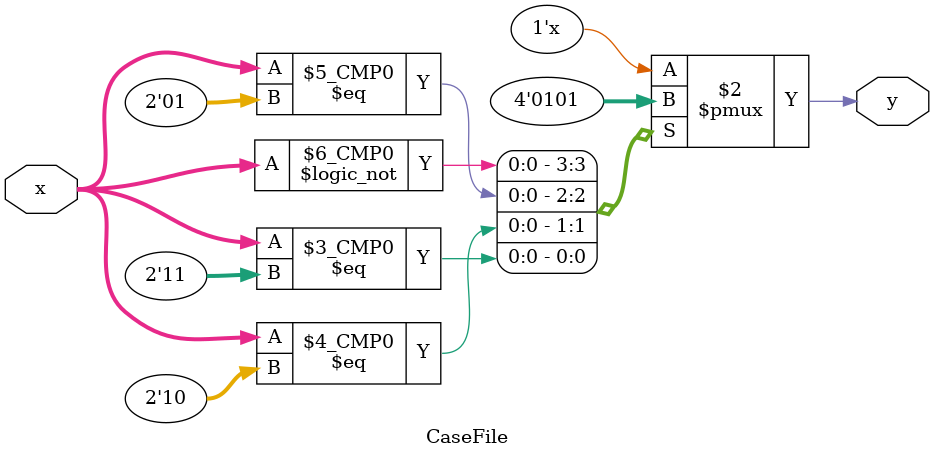
<source format=v>
module CaseFile (
    input [1:0] x,
    output reg y
);

always @(x) begin
    case (x)
        2'b00: y = 0;
        2'b01: y = 1;
        2'b0X: y = 0;
        2'b0Z: y = 1;
        2'b10: y = 0;
        2'b11: y = 1;
        2'b1Z: y = 0;
        2'b1X: y = 1;
        2'bXX: y = 0;
        2'bXZ: y = 1;
        2'bX1: y = 0;
        2'bX0: y = 1;
        2'bZ0: y = 0;
        2'bZ1: y = 1;
        2'bZX: y = 0;
        2'bZZ: y = 1;
    endcase
end
endmodule
</source>
